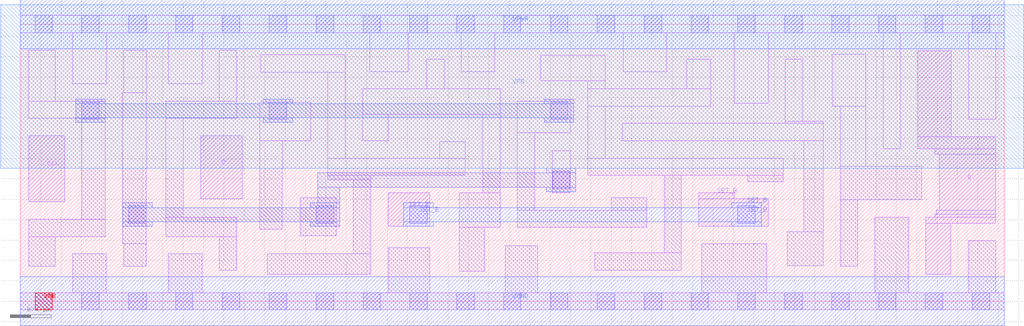
<source format=lef>
# Copyright 2020 The SkyWater PDK Authors
#
# Licensed under the Apache License, Version 2.0 (the "License");
# you may not use this file except in compliance with the License.
# You may obtain a copy of the License at
#
#     https://www.apache.org/licenses/LICENSE-2.0
#
# Unless required by applicable law or agreed to in writing, software
# distributed under the License is distributed on an "AS IS" BASIS,
# WITHOUT WARRANTIES OR CONDITIONS OF ANY KIND, either express or implied.
# See the License for the specific language governing permissions and
# limitations under the License.
#
# SPDX-License-Identifier: Apache-2.0

VERSION 5.7 ;
  NOWIREEXTENSIONATPIN ON ;
  DIVIDERCHAR "/" ;
  BUSBITCHARS "[]" ;
MACRO sky130_fd_sc_hd__dfstp_2
  CLASS CORE ;
  FOREIGN sky130_fd_sc_hd__dfstp_2 ;
  ORIGIN  0.000000  0.000000 ;
  SIZE  9.660000 BY  2.720000 ;
  SYMMETRY X Y R90 ;
  SITE unithd ;
  PIN D
    ANTENNAGATEAREA  0.222000 ;
    DIRECTION INPUT ;
    USE SIGNAL ;
    PORT
      LAYER li1 ;
        RECT 1.770000 1.005000 2.180000 1.625000 ;
    END
  END D
  PIN Q
    ANTENNADIFFAREA  0.445500 ;
    DIRECTION OUTPUT ;
    USE SIGNAL ;
    PORT
      LAYER li1 ;
        RECT 8.810000 1.495000 9.575000 1.615000 ;
        RECT 8.810000 1.615000 9.140000 2.460000 ;
        RECT 8.890000 0.265000 9.135000 0.765000 ;
        RECT 8.890000 0.765000 9.575000 0.825000 ;
        RECT 8.975000 0.825000 9.575000 0.855000 ;
        RECT 8.975000 1.445000 9.575000 1.495000 ;
        RECT 8.990000 0.855000 9.575000 0.895000 ;
        RECT 9.020000 0.895000 9.575000 1.445000 ;
    END
  END Q
  PIN SET_B
    ANTENNAGATEAREA  0.252000 ;
    DIRECTION INPUT ;
    USE SIGNAL ;
    PORT
      LAYER li1 ;
        RECT 3.610000 0.735000 4.020000 1.065000 ;
      LAYER mcon ;
        RECT 3.825000 0.765000 3.995000 0.935000 ;
    END
    PORT
      LAYER li1 ;
        RECT 6.660000 0.735000 7.340000 1.005000 ;
        RECT 6.660000 1.005000 7.010000 1.065000 ;
      LAYER mcon ;
        RECT 7.045000 0.765000 7.215000 0.935000 ;
    END
    PORT
      LAYER met1 ;
        RECT 3.765000 0.735000 4.055000 0.780000 ;
        RECT 3.765000 0.780000 7.275000 0.920000 ;
        RECT 3.765000 0.920000 4.055000 0.965000 ;
        RECT 6.985000 0.735000 7.275000 0.780000 ;
        RECT 6.985000 0.920000 7.275000 0.965000 ;
    END
  END SET_B
  PIN VNB
    PORT
      LAYER pwell ;
        RECT 0.145000 -0.085000 0.315000 0.085000 ;
    END
  END VNB
  PIN VPB
    PORT
      LAYER nwell ;
        RECT -0.190000 1.305000 9.850000 2.910000 ;
    END
  END VPB
  PIN CLK
    ANTENNAGATEAREA  0.159000 ;
    DIRECTION INPUT ;
    USE CLOCK ;
    PORT
      LAYER li1 ;
        RECT 0.085000 0.975000 0.435000 1.625000 ;
    END
  END CLK
  PIN VGND
    DIRECTION INOUT ;
    SHAPE ABUTMENT ;
    USE GROUND ;
    PORT
      LAYER met1 ;
        RECT 0.000000 -0.240000 9.660000 0.240000 ;
    END
  END VGND
  PIN VPWR
    DIRECTION INOUT ;
    SHAPE ABUTMENT ;
    USE POWER ;
    PORT
      LAYER met1 ;
        RECT 0.000000 2.480000 9.660000 2.960000 ;
    END
  END VPWR
  OBS
    LAYER li1 ;
      RECT 0.000000 -0.085000 9.660000 0.085000 ;
      RECT 0.000000  2.635000 9.660000 2.805000 ;
      RECT 0.085000  0.345000 0.345000 0.635000 ;
      RECT 0.085000  0.635000 0.835000 0.805000 ;
      RECT 0.085000  1.795000 0.835000 1.965000 ;
      RECT 0.085000  1.965000 0.345000 2.465000 ;
      RECT 0.515000  0.085000 0.845000 0.465000 ;
      RECT 0.515000  2.135000 0.845000 2.635000 ;
      RECT 0.605000  0.805000 0.835000 1.795000 ;
      RECT 1.005000  0.565000 1.235000 2.045000 ;
      RECT 1.015000  0.345000 1.235000 0.565000 ;
      RECT 1.015000  2.045000 1.235000 2.465000 ;
      RECT 1.430000  0.635000 2.125000 0.825000 ;
      RECT 1.430000  0.825000 1.600000 1.795000 ;
      RECT 1.430000  1.795000 2.125000 1.965000 ;
      RECT 1.455000  0.085000 1.785000 0.465000 ;
      RECT 1.455000  2.135000 1.785000 2.635000 ;
      RECT 1.955000  0.305000 2.125000 0.635000 ;
      RECT 1.955000  1.965000 2.125000 2.465000 ;
      RECT 2.350000  0.705000 2.570000 1.575000 ;
      RECT 2.350000  1.575000 2.850000 1.955000 ;
      RECT 2.360000  2.250000 3.190000 2.420000 ;
      RECT 2.425000  0.265000 3.440000 0.465000 ;
      RECT 2.750000  0.645000 3.100000 1.015000 ;
      RECT 3.020000  1.195000 3.440000 1.235000 ;
      RECT 3.020000  1.235000 4.370000 1.405000 ;
      RECT 3.020000  1.405000 3.190000 2.250000 ;
      RECT 3.270000  0.465000 3.440000 1.195000 ;
      RECT 3.360000  1.575000 3.610000 1.835000 ;
      RECT 3.360000  1.835000 4.710000 2.085000 ;
      RECT 3.430000  2.255000 3.810000 2.635000 ;
      RECT 3.610000  0.085000 4.020000 0.525000 ;
      RECT 3.990000  2.085000 4.160000 2.375000 ;
      RECT 4.120000  1.405000 4.370000 1.565000 ;
      RECT 4.310000  0.295000 4.560000 0.725000 ;
      RECT 4.310000  0.725000 4.710000 1.065000 ;
      RECT 4.330000  2.255000 4.660000 2.635000 ;
      RECT 4.540000  1.065000 4.710000 1.835000 ;
      RECT 4.760000  0.085000 5.080000 0.545000 ;
      RECT 4.880000  0.725000 6.150000 0.895000 ;
      RECT 4.880000  0.895000 5.050000 1.655000 ;
      RECT 4.880000  1.655000 5.400000 1.965000 ;
      RECT 5.110000  2.165000 5.740000 2.415000 ;
      RECT 5.220000  1.065000 5.400000 1.475000 ;
      RECT 5.570000  1.235000 7.490000 1.405000 ;
      RECT 5.570000  1.405000 5.740000 1.915000 ;
      RECT 5.570000  1.915000 6.780000 2.085000 ;
      RECT 5.570000  2.085000 5.740000 2.165000 ;
      RECT 5.640000  0.305000 6.490000 0.475000 ;
      RECT 5.800000  0.895000 6.150000 1.015000 ;
      RECT 5.910000  1.575000 7.880000 1.745000 ;
      RECT 5.920000  2.255000 6.340000 2.635000 ;
      RECT 6.320000  0.475000 6.490000 1.235000 ;
      RECT 6.540000  2.085000 6.780000 2.375000 ;
      RECT 6.690000  0.085000 7.330000 0.565000 ;
      RECT 7.010000  1.945000 7.340000 2.635000 ;
      RECT 7.140000  1.175000 7.490000 1.235000 ;
      RECT 7.510000  1.745000 7.880000 1.765000 ;
      RECT 7.510000  1.765000 7.680000 2.375000 ;
      RECT 7.530000  0.350000 7.880000 0.680000 ;
      RECT 7.690000  0.680000 7.880000 1.575000 ;
      RECT 7.970000  1.915000 8.300000 2.425000 ;
      RECT 8.050000  0.345000 8.220000 0.995000 ;
      RECT 8.050000  0.995000 8.850000 1.325000 ;
      RECT 8.050000  1.325000 8.300000 1.915000 ;
      RECT 8.390000  0.085000 8.720000 0.825000 ;
      RECT 8.470000  1.495000 8.640000 2.635000 ;
      RECT 9.305000  0.085000 9.575000 0.595000 ;
      RECT 9.310000  1.785000 9.575000 2.635000 ;
    LAYER mcon ;
      RECT 0.145000 -0.085000 0.315000 0.085000 ;
      RECT 0.145000  2.635000 0.315000 2.805000 ;
      RECT 0.605000 -0.085000 0.775000 0.085000 ;
      RECT 0.605000  1.785000 0.775000 1.955000 ;
      RECT 0.605000  2.635000 0.775000 2.805000 ;
      RECT 1.065000 -0.085000 1.235000 0.085000 ;
      RECT 1.065000  0.765000 1.235000 0.935000 ;
      RECT 1.065000  2.635000 1.235000 2.805000 ;
      RECT 1.525000 -0.085000 1.695000 0.085000 ;
      RECT 1.525000  2.635000 1.695000 2.805000 ;
      RECT 1.985000 -0.085000 2.155000 0.085000 ;
      RECT 1.985000  2.635000 2.155000 2.805000 ;
      RECT 2.445000 -0.085000 2.615000 0.085000 ;
      RECT 2.445000  1.785000 2.615000 1.955000 ;
      RECT 2.445000  2.635000 2.615000 2.805000 ;
      RECT 2.905000 -0.085000 3.075000 0.085000 ;
      RECT 2.905000  0.765000 3.075000 0.935000 ;
      RECT 2.905000  2.635000 3.075000 2.805000 ;
      RECT 3.365000 -0.085000 3.535000 0.085000 ;
      RECT 3.365000  2.635000 3.535000 2.805000 ;
      RECT 3.825000 -0.085000 3.995000 0.085000 ;
      RECT 3.825000  2.635000 3.995000 2.805000 ;
      RECT 4.285000 -0.085000 4.455000 0.085000 ;
      RECT 4.285000  2.635000 4.455000 2.805000 ;
      RECT 4.745000 -0.085000 4.915000 0.085000 ;
      RECT 4.745000  2.635000 4.915000 2.805000 ;
      RECT 5.205000 -0.085000 5.375000 0.085000 ;
      RECT 5.205000  1.785000 5.375000 1.955000 ;
      RECT 5.205000  2.635000 5.375000 2.805000 ;
      RECT 5.225000  1.105000 5.395000 1.275000 ;
      RECT 5.665000 -0.085000 5.835000 0.085000 ;
      RECT 5.665000  2.635000 5.835000 2.805000 ;
      RECT 6.125000 -0.085000 6.295000 0.085000 ;
      RECT 6.125000  2.635000 6.295000 2.805000 ;
      RECT 6.585000 -0.085000 6.755000 0.085000 ;
      RECT 6.585000  2.635000 6.755000 2.805000 ;
      RECT 7.045000 -0.085000 7.215000 0.085000 ;
      RECT 7.045000  2.635000 7.215000 2.805000 ;
      RECT 7.505000 -0.085000 7.675000 0.085000 ;
      RECT 7.505000  2.635000 7.675000 2.805000 ;
      RECT 7.965000 -0.085000 8.135000 0.085000 ;
      RECT 7.965000  2.635000 8.135000 2.805000 ;
      RECT 8.425000 -0.085000 8.595000 0.085000 ;
      RECT 8.425000  2.635000 8.595000 2.805000 ;
      RECT 8.885000 -0.085000 9.055000 0.085000 ;
      RECT 8.885000  2.635000 9.055000 2.805000 ;
      RECT 9.345000 -0.085000 9.515000 0.085000 ;
      RECT 9.345000  2.635000 9.515000 2.805000 ;
    LAYER met1 ;
      RECT 0.545000 1.755000 0.835000 1.800000 ;
      RECT 0.545000 1.800000 5.435000 1.940000 ;
      RECT 0.545000 1.940000 0.835000 1.985000 ;
      RECT 1.005000 0.735000 1.295000 0.780000 ;
      RECT 1.005000 0.780000 3.135000 0.920000 ;
      RECT 1.005000 0.920000 1.295000 0.965000 ;
      RECT 2.385000 1.755000 2.675000 1.800000 ;
      RECT 2.385000 1.940000 2.675000 1.985000 ;
      RECT 2.845000 0.735000 3.135000 0.780000 ;
      RECT 2.845000 0.920000 3.135000 0.965000 ;
      RECT 2.920000 0.965000 3.135000 1.120000 ;
      RECT 2.920000 1.120000 5.455000 1.260000 ;
      RECT 5.145000 1.755000 5.435000 1.800000 ;
      RECT 5.145000 1.940000 5.435000 1.985000 ;
      RECT 5.165000 1.075000 5.455000 1.120000 ;
      RECT 5.165000 1.260000 5.455000 1.305000 ;
  END
END sky130_fd_sc_hd__dfstp_2
END LIBRARY

</source>
